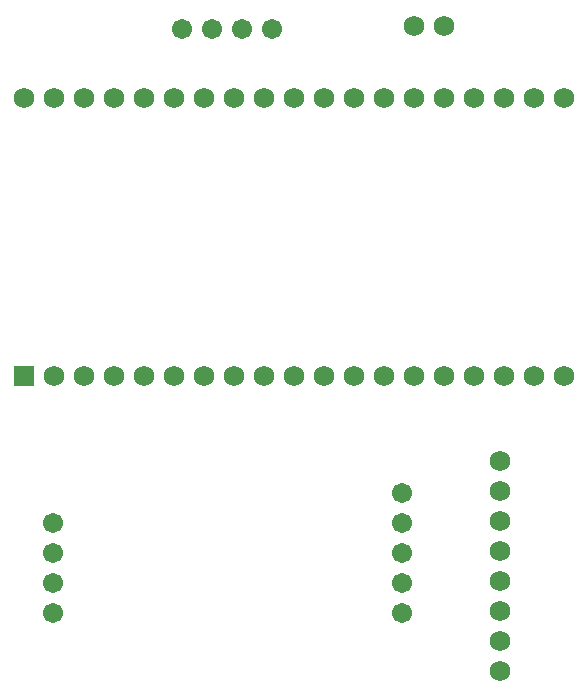
<source format=gbr>
%TF.GenerationSoftware,Altium Limited,Altium Designer,24.6.1 (21)*%
G04 Layer_Color=8388736*
%FSLAX45Y45*%
%MOMM*%
%TF.SameCoordinates,4AD75283-6A23-4CB8-A15C-AB691BBDECAE*%
%TF.FilePolarity,Negative*%
%TF.FileFunction,Soldermask,Top*%
%TF.Part,Single*%
G01*
G75*
%TA.AperFunction,ComponentPad*%
%ADD18C,1.73320*%
%ADD19R,1.73320X1.73320*%
%ADD20C,1.72720*%
%ADD21C,1.71120*%
D18*
X736035Y5343328D02*
D03*
X990035D02*
D03*
X1244035D02*
D03*
X1498035D02*
D03*
X1752035D02*
D03*
X2006035D02*
D03*
X2260035D02*
D03*
X2514035D02*
D03*
X2768035D02*
D03*
X3022035D02*
D03*
X3276035D02*
D03*
X3530035D02*
D03*
X3784035D02*
D03*
X4038035D02*
D03*
X4292035D02*
D03*
X4546035D02*
D03*
X5054035D02*
D03*
X5308035D02*
D03*
X4800035D02*
D03*
X5309035Y2993828D02*
D03*
X5055035D02*
D03*
X4801035D02*
D03*
X4547035D02*
D03*
X4293035D02*
D03*
X4039035D02*
D03*
X3785035D02*
D03*
X3531035D02*
D03*
X3277035D02*
D03*
X3023035D02*
D03*
X2769035D02*
D03*
X2515035D02*
D03*
X2261035D02*
D03*
X2007035D02*
D03*
X1753035D02*
D03*
X1499035D02*
D03*
X1245035D02*
D03*
X991035D02*
D03*
D19*
X737035D02*
D03*
D20*
X4292035Y5952928D02*
D03*
X4038035D02*
D03*
X4761935Y491928D02*
D03*
Y745928D02*
D03*
Y999928D02*
D03*
Y1253928D02*
D03*
Y1507928D02*
D03*
Y1761928D02*
D03*
Y2015928D02*
D03*
Y2269928D02*
D03*
D21*
X2831535Y5927528D02*
D03*
X2577535D02*
D03*
X2323535D02*
D03*
X2069535D02*
D03*
X3936435Y2003228D02*
D03*
Y1749228D02*
D03*
Y1495228D02*
D03*
Y1241228D02*
D03*
Y987228D02*
D03*
X982435Y1749228D02*
D03*
Y1495228D02*
D03*
Y1241228D02*
D03*
Y987228D02*
D03*
%TF.MD5,bd3d3dccf743ff7bca616c9b42c9f005*%
M02*

</source>
